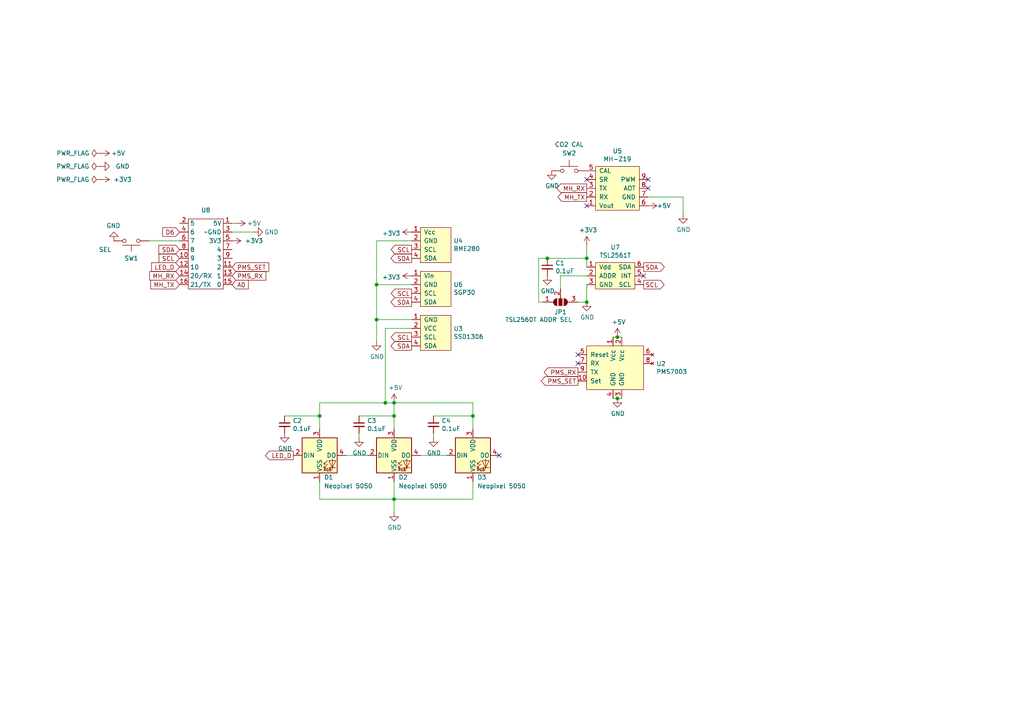
<source format=kicad_sch>
(kicad_sch (version 20230121) (generator eeschema)
  (paper "A4")
  (title_block (title "Wemos D1 Mini Internal Air Quality Board"))
  (lib_symbols
    (symbol "Device:C_Small" (pin_numbers hide) (pin_names (offset 0.254) hide)
      (property "Reference" "C" (at 0.254 1.778 0))
      (property "Value" "C_Small" (at 0.254 -2.032 0))
      (symbol "C_Small_0_1"
        (polyline (pts (xy -1.524 -0.508) (xy 1.524 -0.508)) (stroke (width 0.3302)))
        (polyline (pts (xy -1.524 0.508) (xy 1.524 0.508)) (stroke (width 0.3048)))
      )
      (symbol "C_Small_1_1"
        (pin passive line (at 0 2.54 270) (length 2.032) (name "~") (number "1"))
        (pin passive line (at 0 -2.54 90) (length 2.032) (name "~") (number "2"))
      )
    )
    (symbol "LED:Inolux_IN-PI554FCH" (pin_names (offset 0.254))
      (property "Reference" "D" (at 5.08 5.715 0))
      (property "Value" "Inolux_IN-PI554FCH" (at 1.27 -5.715 0))
      (symbol "Inolux_IN-PI554FCH_0_0"
        (text "RGB" (at 2.286 -4.191 0) (effects (font (size 0.762 0.762))))
      )
      (symbol "Inolux_IN-PI554FCH_0_1"
        (polyline (pts (xy 1.27 -3.556) (xy 1.778 -3.556)))
        (polyline (pts (xy 1.27 -2.54) (xy 1.778 -2.54)))
        (polyline (pts (xy 4.699 -3.556) (xy 2.667 -3.556)))
        (polyline (pts (xy 2.286 -2.54) (xy 1.27 -3.556) (xy 1.27 -3.048)))
        (polyline (pts (xy 2.286 -1.524) (xy 1.27 -2.54) (xy 1.27 -2.032)))
        (polyline (pts (xy 3.683 -1.016) (xy 3.683 -3.556) (xy 3.683 -4.064)))
        (polyline (pts (xy 4.699 -1.524) (xy 2.667 -1.524) (xy 3.683 -3.556) (xy 4.699 -1.524)))
        (rectangle (start 5.08 5.08) (end -5.08 -5.08) (stroke (width 0.254)) (fill (type background)))
      )
      (symbol "Inolux_IN-PI554FCH_1_1"
        (pin power_in line (at 0 -7.62 90) (length 2.54) (name "VSS") (number "1"))
        (pin input line (at -7.62 0 0) (length 2.54) (name "DIN") (number "2"))
        (pin power_in line (at 0 7.62 270) (length 2.54) (name "VDD") (number "3"))
        (pin output line (at 7.62 0 180) (length 2.54) (name "DO") (number "4"))
      )
    )
    (symbol "Misc:ESP32-C3_SUPERMINI"
      (property "Reference" "U" (at 0 5.08 0))
      (symbol "ESP32-C3_SUPERMINI_0_1"
        (polyline (pts (xy -5.08 3.81) (xy 5.08 3.81) (xy 5.08 -16.51) (xy -5.08 -16.51) (xy -5.08 3.81)))
      )
      (symbol "ESP32-C3_SUPERMINI_1_1"
        (pin power_in line (at 7.62 2.54 180) (length 2.54) (name "5V") (number "1"))
        (pin bidirectional line (at -7.62 -7.62 0) (length 2.54) (name "9") (number "10"))
        (pin bidirectional line (at 7.62 -10.16 180) (length 2.54) (name "2") (number "11"))
        (pin bidirectional line (at -7.62 -10.16 0) (length 2.54) (name "10") (number "12"))
        (pin bidirectional line (at 7.62 -12.7 180) (length 2.54) (name "1") (number "13"))
        (pin bidirectional line (at -7.62 -12.7 0) (length 2.54) (name "20/RX") (number "14"))
        (pin bidirectional line (at 7.62 -15.24 180) (length 2.54) (name "0") (number "15"))
        (pin bidirectional line (at -7.62 -15.24 0) (length 2.54) (name "21/TX") (number "16"))
        (pin bidirectional line (at -7.62 2.54 0) (length 2.54) (name "5") (number "2"))
        (pin power_in line (at 7.62 0 180) (length 2.54) (name "GND") (number "3"))
        (pin bidirectional line (at -7.62 0 0) (length 2.54) (name "6") (number "4"))
        (pin power_in line (at 7.62 -2.54 180) (length 2.54) (name "3V3") (number "5"))
        (pin bidirectional line (at -7.62 -2.54 0) (length 2.54) (name "7") (number "6"))
        (pin bidirectional line (at 7.62 -5.08 180) (length 2.54) (name "4") (number "7"))
        (pin bidirectional line (at -7.62 -5.08 0) (length 2.54) (name "8") (number "8"))
        (pin bidirectional line (at 7.62 -7.62 180) (length 2.54) (name "3") (number "9"))
      )
    )
    (symbol "Switch:SW_Push" (pin_numbers hide) (pin_names (offset 1.016) hide)
      (property "Reference" "SW" (at 1.27 2.54 0))
      (property "Value" "SW_Push" (at 0 -1.524 0))
      (symbol "SW_Push_0_1"
        (circle (center -2.032 0) (radius 0.508))
        (polyline (pts (xy 0 1.27) (xy 0 3.048)))
        (polyline (pts (xy 2.54 1.27) (xy -2.54 1.27)))
        (circle (center 2.032 0) (radius 0.508))
        (pin passive line (at -5.08 0 0) (length 2.54) (name "1") (number "1"))
        (pin passive line (at 5.08 0 180) (length 2.54) (name "2") (number "2"))
      )
    )
    (symbol "iaq_device-rescue:+3.3V-power" (power) (pin_names (offset 0))
      (property "Value" "+3.3V-power" (at 0 3.556 0))
      (symbol "+3.3V-power_0_1"
        (polyline (pts (xy -0.762 1.27) (xy 0 2.54)))
        (polyline (pts (xy 0 0) (xy 0 2.54)))
        (polyline (pts (xy 0 2.54) (xy 0.762 1.27)))
      )
      (symbol "+3.3V-power_1_1"
        (pin power_in line (at 0 0 90) (length 0) hide (name "+3V3") (number "1"))
      )
    )
    (symbol "iaq_device-rescue:BME280-Nikolay_Library" (pin_names (offset 1.016))
      (property "Reference" "U" (at -8.89 15.24 0))
      (property "Value" "Nikolay_Library_BME280" (at -8.89 12.7 0))
      (symbol "BME280-Nikolay_Library_0_1"
        (rectangle (start -8.89 26.67) (end 0 16.51) (fill (type background)))
      )
      (symbol "BME280-Nikolay_Library_1_1"
        (pin input line (at -11.43 25.4 0) (length 2.54) (name "Vcc") (number "1"))
        (pin input line (at -11.43 22.86 0) (length 2.54) (name "GND") (number "2"))
        (pin bidirectional line (at -11.43 20.32 0) (length 2.54) (name "SCL") (number "3"))
        (pin bidirectional line (at -11.43 17.78 0) (length 2.54) (name "SDA") (number "4"))
      )
    )
    (symbol "iaq_device-rescue:MH-Z19-Nikolay_Library" (pin_names (offset 1.016))
      (property "Reference" "U" (at -5.08 -7.62 0))
      (property "Value" "Nikolay_Library_MH-Z19" (at 2.54 -7.62 0))
      (symbol "MH-Z19-Nikolay_Library_0_1"
        (rectangle (start -6.35 6.35) (end 6.35 -6.35) (fill (type background)))
      )
      (symbol "MH-Z19-Nikolay_Library_1_1"
        (pin output line (at -8.89 -5.08 0) (length 2.54) (name "Vout") (number "1"))
        (pin input line (at -8.89 -2.54 0) (length 2.54) (name "RX") (number "2"))
        (pin output line (at -8.89 0 0) (length 2.54) (name "TX") (number "3"))
        (pin unspecified line (at -8.89 2.54 0) (length 2.54) (name "SR") (number "4"))
        (pin input line (at -8.89 5.08 0) (length 2.54) (name "CAL") (number "5"))
        (pin input line (at 8.89 -5.08 180) (length 2.54) (name "Vin") (number "6"))
        (pin input line (at 8.89 -2.54 180) (length 2.54) (name "GND") (number "7"))
        (pin unspecified line (at 8.89 0 180) (length 2.54) (name "AOT") (number "8"))
        (pin output line (at 8.89 2.54 180) (length 2.54) (name "PWM") (number "9"))
      )
    )
    (symbol "iaq_device-rescue:PMS7003-Nikolay_Library" (pin_names (offset 1.016))
      (property "Reference" "U" (at 11.43 -6.35 0))
      (property "Value" "Nikolay_Library_PMS7003" (at 15.24 -8.89 0))
      (symbol "PMS7003-Nikolay_Library_0_1"
        (rectangle (start -2.54 7.62) (end 13.97 -5.08) (fill (type background)))
      )
      (symbol "PMS7003-Nikolay_Library_1_1"
        (pin input line (at 5.08 10.16 270) (length 2.54) (name "Vcc") (number "1"))
        (pin input line (at -5.08 -2.54 0) (length 2.54) (name "Set") (number "10"))
        (pin input line (at 7.62 10.16 270) (length 2.54) (name "Vcc") (number "2"))
        (pin input line (at 7.62 -7.62 90) (length 2.54) (name "GND") (number "3"))
        (pin input line (at 5.08 -7.62 90) (length 2.54) (name "GND") (number "4"))
        (pin input line (at -5.08 5.08 0) (length 2.54) (name "Reset") (number "5"))
        (pin no_connect line (at 16.51 5.08 180) (length 2.54) (name "~") (number "6"))
        (pin input line (at -5.08 2.54 0) (length 2.54) (name "RX") (number "7"))
        (pin no_connect line (at 16.51 2.54 180) (length 2.54) (name "~") (number "8"))
        (pin output line (at -5.08 0 0) (length 2.54) (name "TX") (number "9"))
      )
    )
    (symbol "iaq_device-rescue:SGP30-Nikolay_Library" (pin_names (offset 1.016))
      (property "Reference" "U" (at -2.54 -6.35 0))
      (property "Value" "Nikolay_Library_SGP30" (at 0 -8.89 0))
      (symbol "SGP30-Nikolay_Library_0_1"
        (rectangle (start -3.81 5.08) (end 5.08 -5.08) (fill (type background)))
      )
      (symbol "SGP30-Nikolay_Library_1_1"
        (pin input line (at -6.35 3.81 0) (length 2.54) (name "Vin") (number "1"))
        (pin input line (at -6.35 1.27 0) (length 2.54) (name "GND") (number "2"))
        (pin bidirectional line (at -6.35 -1.27 0) (length 2.54) (name "SCL") (number "3"))
        (pin bidirectional line (at -6.35 -3.81 0) (length 2.54) (name "SDA") (number "4"))
      )
    )
    (symbol "iaq_device-rescue:SSD1306-Nikolay_Library" (pin_names (offset 1.016))
      (property "Reference" "U" (at -2.54 -2.54 0))
      (property "Value" "Nikolay_Library_SSD1306" (at 1.27 -5.08 0))
      (symbol "SSD1306-Nikolay_Library_0_1"
        (rectangle (start -3.81 10.16) (end 5.08 0) (fill (type background)))
        (rectangle (start -1.27 11.43) (end -1.27 11.43))
      )
      (symbol "SSD1306-Nikolay_Library_1_1"
        (pin input line (at -6.35 8.89 0) (length 2.54) (name "GND") (number "1"))
        (pin input line (at -6.35 6.35 0) (length 2.54) (name "VCC") (number "2"))
        (pin bidirectional line (at -6.35 3.81 0) (length 2.54) (name "SCL") (number "3"))
        (pin bidirectional line (at -6.35 1.27 0) (length 2.54) (name "SDA") (number "4"))
      )
    )
    (symbol "iaq_device-rescue:SolderJumper_3_Open-Jumper" (pin_names (offset 0) hide)
      (property "Reference" "JP" (at -2.54 -2.54 0))
      (property "Value" "Jumper_SolderJumper_3_Open" (at 0 2.794 0))
      (symbol "SolderJumper_3_Open-Jumper_0_1"
        (arc (start -1.016 1.016) (mid -2.0275 0) (end -1.016 -1.016))
        (arc (start -1.016 1.016) (mid -2.0275 0) (end -1.016 -1.016) (fill (type outline)))
        (rectangle (start -0.508 1.016) (end 0.508 -1.016) (fill (type outline)))
        (polyline (pts (xy -2.54 0) (xy -2.032 0)))
        (polyline (pts (xy -1.016 1.016) (xy -1.016 -1.016)))
        (polyline (pts (xy 0 -1.27) (xy 0 -1.016)))
        (polyline (pts (xy 1.016 1.016) (xy 1.016 -1.016)))
        (polyline (pts (xy 2.54 0) (xy 2.032 0)))
        (arc (start 1.016 -1.016) (mid 2.0275 0) (end 1.016 1.016))
        (arc (start 1.016 -1.016) (mid 2.0275 0) (end 1.016 1.016) (fill (type outline)))
      )
      (symbol "SolderJumper_3_Open-Jumper_1_1"
        (pin passive line (at -5.08 0 0) (length 2.54) (name "A") (number "1"))
        (pin input line (at 0 -3.81 90) (length 2.54) (name "C") (number "2"))
        (pin passive line (at 5.08 0 180) (length 2.54) (name "B") (number "3"))
      )
    )
    (symbol "iaq_device-rescue:TSL2561T-Nikolay_Library" (pin_names (offset 1.016))
      (property "Reference" "U" (at -5.08 -5.08 0))
      (property "Value" "Nikolay_Library_TSL2561T" (at -1.27 -7.62 0))
      (symbol "TSL2561T-Nikolay_Library_0_1"
        (rectangle (start -6.35 3.81) (end 5.08 -3.81) (fill (type background)))
      )
      (symbol "TSL2561T-Nikolay_Library_1_1"
        (pin input line (at -8.89 2.54 0) (length 2.54) (name "Vdd") (number "1"))
        (pin passive line (at -8.89 0 0) (length 2.54) (name "ADDR") (number "2"))
        (pin input line (at -8.89 -2.54 0) (length 2.54) (name "GND") (number "3"))
        (pin input line (at 7.62 -2.54 180) (length 2.54) (name "SCL") (number "4"))
        (pin output line (at 7.62 0 180) (length 2.54) (name "INT") (number "5"))
        (pin bidirectional line (at 7.62 2.54 180) (length 2.54) (name "SDA") (number "6"))
      )
    )
    (symbol "power:+5V" (power) (pin_names (offset 0))
      (property "Value" "+5V" (at 0 3.556 0))
      (symbol "+5V_0_1"
        (polyline (pts (xy -0.762 1.27) (xy 0 2.54)))
        (polyline (pts (xy 0 0) (xy 0 2.54)))
        (polyline (pts (xy 0 2.54) (xy 0.762 1.27)))
      )
      (symbol "+5V_1_1"
        (pin power_in line (at 0 0 90) (length 0) hide (name "+5V") (number "1"))
      )
    )
    (symbol "power:GND" (power) (pin_names (offset 0))
      (property "Value" "GND" (at 0 -3.81 0))
      (symbol "GND_0_1"
        (polyline (pts (xy 0 0) (xy 0 -1.27) (xy 1.27 -1.27) (xy 0 -2.54) (xy -1.27 -1.27) (xy 0 -1.27)))
      )
      (symbol "GND_1_1"
        (pin power_in line (at 0 0 270) (length 0) hide (name "GND") (number "1"))
      )
    )
    (symbol "power:PWR_FLAG" (power) (pin_numbers hide) (pin_names (offset 0) hide)
      (property "Value" "PWR_FLAG" (at 0 3.81 0))
      (symbol "PWR_FLAG_0_0"
        (pin power_out line (at 0 0 90) (length 0) (name "pwr") (number "1"))
      )
      (symbol "PWR_FLAG_0_1"
        (polyline (pts (xy 0 0) (xy 0 1.27) (xy -1.016 1.905) (xy 0 2.54) (xy 1.016 1.905) (xy 0 1.27)))
      )
    )
  )
  (junction (at 92.71 120.65))
  (junction (at 137.16 120.65))
  (junction (at 170.18 87.63))
  (junction (at 179.07 97.79))
  (junction (at 114.3 144.78))
  (junction (at 114.3 120.65))
  (junction (at 170.18 74.93))
  (junction (at 179.07 115.57))
  (junction (at 114.3 116.84))
  (junction (at 109.22 92.71))
  (junction (at 111.76 116.84))
  (junction (at 158.75 74.93))
  (junction (at 109.22 82.55))
  (no_connect (at 187.96 52.07))
  (no_connect (at 167.64 105.41))
  (no_connect (at 187.96 54.61))
  (no_connect (at 170.18 59.69))
  (no_connect (at 167.64 102.87))
  (no_connect (at 170.18 52.07))
  (no_connect (at 144.78 132.08))
  (no_connect (at 186.69 80.01))
  (wire (pts (xy 179.07 115.57) (xy 177.8 115.57)))
  (wire (pts (xy 111.76 116.84) (xy 111.76 95.25)))
  (wire (pts (xy 114.3 148.59) (xy 114.3 144.78)))
  (wire (pts (xy 170.18 87.63) (xy 170.18 82.55)))
  (wire (pts (xy 156.21 74.93) (xy 158.75 74.93)))
  (wire (pts (xy 180.34 115.57) (xy 179.07 115.57)))
  (wire (pts (xy 114.3 124.46) (xy 114.3 120.65)))
  (wire (pts (xy 125.73 120.65) (xy 137.16 120.65)))
  (wire (pts (xy 114.3 116.84) (xy 137.16 116.84)))
  (wire (pts (xy 119.38 69.85) (xy 109.22 69.85)))
  (wire (pts (xy 119.38 92.71) (xy 109.22 92.71)))
  (wire (pts (xy 82.55 120.65) (xy 92.71 120.65)))
  (wire (pts (xy 100.33 132.08) (xy 106.68 132.08)))
  (wire (pts (xy 187.96 57.15) (xy 198.12 57.15)))
  (wire (pts (xy 119.38 82.55) (xy 109.22 82.55)))
  (wire (pts (xy 109.22 92.71) (xy 109.22 99.06)))
  (wire (pts (xy 67.31 67.31) (xy 73.66 67.31)))
  (wire (pts (xy 156.21 87.63) (xy 156.21 74.93)))
  (wire (pts (xy 109.22 82.55) (xy 109.22 92.71)))
  (wire (pts (xy 114.3 144.78) (xy 137.16 144.78)))
  (wire (pts (xy 167.64 87.63) (xy 170.18 87.63)))
  (wire (pts (xy 137.16 124.46) (xy 137.16 120.65)))
  (wire (pts (xy 137.16 116.84) (xy 137.16 120.65)))
  (wire (pts (xy 111.76 95.25) (xy 119.38 95.25)))
  (wire (pts (xy 137.16 144.78) (xy 137.16 139.7)))
  (wire (pts (xy 179.07 97.79) (xy 180.34 97.79)))
  (wire (pts (xy 170.18 71.12) (xy 170.18 74.93)))
  (wire (pts (xy 177.8 97.79) (xy 179.07 97.79)))
  (wire (pts (xy 92.71 116.84) (xy 111.76 116.84)))
  (wire (pts (xy 104.14 127) (xy 104.14 125.73)))
  (wire (pts (xy 104.14 120.65) (xy 114.3 120.65)))
  (wire (pts (xy 92.71 144.78) (xy 92.71 139.7)))
  (wire (pts (xy 114.3 144.78) (xy 92.71 144.78)))
  (wire (pts (xy 121.92 132.08) (xy 129.54 132.08)))
  (wire (pts (xy 157.48 87.63) (xy 156.21 87.63)))
  (wire (pts (xy 43.18 69.85) (xy 52.07 69.85)))
  (wire (pts (xy 158.75 74.93) (xy 170.18 74.93)))
  (wire (pts (xy 92.71 120.65) (xy 92.71 116.84)))
  (wire (pts (xy 114.3 139.7) (xy 114.3 144.78)))
  (wire (pts (xy 162.56 83.82) (xy 162.56 80.01)))
  (wire (pts (xy 198.12 57.15) (xy 198.12 62.23)))
  (wire (pts (xy 162.56 80.01) (xy 170.18 80.01)))
  (wire (pts (xy 67.31 64.77) (xy 68.58 64.77)))
  (wire (pts (xy 170.18 74.93) (xy 170.18 77.47)))
  (wire (pts (xy 125.73 127) (xy 125.73 125.73)))
  (wire (pts (xy 92.71 124.46) (xy 92.71 120.65)))
  (wire (pts (xy 114.3 120.65) (xy 114.3 116.84)))
  (wire (pts (xy 111.76 116.84) (xy 114.3 116.84)))
  (wire (pts (xy 109.22 69.85) (xy 109.22 82.55)))
  (global_label "SCL" (shape output) (at 186.69 82.55 0) (property "Intersheetrefs" "${INTERSHEET_REFS}" (effects hide)))
  (global_label "SCL" (shape input) (at 52.07 74.93 180) (property "Intersheetrefs" "${INTERSHEET_REFS}" (effects hide)))
  (global_label "MH_RX" (shape input) (at 52.07 80.01 180) (property "Intersheetrefs" "${INTERSHEET_REFS}" (effects hide)))
  (global_label "PMS_RX" (shape output) (at 167.64 107.95 180) (property "Intersheetrefs" "${INTERSHEET_REFS}" (effects hide)))
  (global_label "D6" (shape input) (at 52.07 67.31 180) (property "Intersheetrefs" "${INTERSHEET_REFS}" (effects hide)))
  (global_label "A0" (shape input) (at 67.31 82.55 0) (property "Intersheetrefs" "${INTERSHEET_REFS}" (effects hide)))
  (global_label "PMS_RX" (shape input) (at 67.31 80.01 0) (property "Intersheetrefs" "${INTERSHEET_REFS}" (effects hide)))
  (global_label "SCL" (shape output) (at 119.38 85.09 180) (property "Intersheetrefs" "${INTERSHEET_REFS}" (effects hide)))
  (global_label "SDA" (shape output) (at 119.38 87.63 180) (property "Intersheetrefs" "${INTERSHEET_REFS}" (effects hide)))
  (global_label "SDA" (shape input) (at 52.07 72.39 180) (property "Intersheetrefs" "${INTERSHEET_REFS}" (effects hide)))
  (global_label "SDA" (shape output) (at 186.69 77.47 0) (property "Intersheetrefs" "${INTERSHEET_REFS}" (effects hide)))
  (global_label "LED_D" (shape output) (at 85.09 132.08 180) (property "Intersheetrefs" "${INTERSHEET_REFS}" (effects hide)))
  (global_label "SCL" (shape output) (at 119.38 97.79 180) (property "Intersheetrefs" "${INTERSHEET_REFS}" (effects hide)))
  (global_label "SDA" (shape output) (at 119.38 74.93 180) (property "Intersheetrefs" "${INTERSHEET_REFS}" (effects hide)))
  (global_label "PMS_SET" (shape output) (at 167.64 110.49 180) (property "Intersheetrefs" "${INTERSHEET_REFS}" (effects hide)))
  (global_label "MH_RX" (shape output) (at 170.18 54.61 180) (property "Intersheetrefs" "${INTERSHEET_REFS}" (effects hide)))
  (global_label "PMS_SET" (shape input) (at 67.31 77.47 0) (property "Intersheetrefs" "${INTERSHEET_REFS}" (effects hide)))
  (global_label "LED_D" (shape input) (at 52.07 77.47 180) (property "Intersheetrefs" "${INTERSHEET_REFS}" (effects hide)))
  (global_label "SCL" (shape output) (at 119.38 72.39 180) (property "Intersheetrefs" "${INTERSHEET_REFS}" (effects hide)))
  (global_label "MH_TX" (shape output) (at 170.18 57.15 180) (property "Intersheetrefs" "${INTERSHEET_REFS}" (effects hide)))
  (global_label "SDA" (shape output) (at 119.38 100.33 180) (property "Intersheetrefs" "${INTERSHEET_REFS}" (effects hide)))
  (global_label "MH_TX" (shape input) (at 52.07 82.55 180) (property "Intersheetrefs" "${INTERSHEET_REFS}" (effects hide)))
  (symbol (lib_id "iaq_device-rescue:BME280-Nikolay_Library") (at 130.81 92.71 0) (unit 1)
    (property "Reference" "U4" (at 131.5212 69.8246 0) (effects (justify left)))
    (property "Value" "BME280" (at 131.5212 72.136 0) (effects (justify left)))
    (property "Footprint" "Nikolay Library:BME280_breakout_6pin" (effects hide))
    (property "eshop" "https://www.aliexpress.com/item/4000166540445.html?spm=a2g0o.productlist.0.0.363a562ely2LZq&algo_pvid=b0bd6068-edbb-4f9c-aa24-92324f726eda&algo_expid=b0bd6068-edbb-4f9c-aa24-92324f726eda-8&btsid=3927b67d-2f89-4594-9f47-b017e00ef8a0&ws_ab_test=searchweb0_0,searchweb201602_9,searchweb201603_55" (effects hide))
  )
  (symbol (lib_id "iaq_device-rescue:SSD1306-Nikolay_Library") (at 125.73 101.6 0) (unit 1)
    (property "Reference" "U3" (at 131.5212 95.3516 0) (effects (justify left)))
    (property "Value" "SSD1306" (at 131.5212 97.663 0) (effects (justify left)))
    (property "Footprint" "footprints:SSD1306_I2C_0.96in" (effects hide))
    (property "eshop" "https://www.aliexpress.com/item/32956051129.html?spm=a2g0o.productlist.0.0.523365fcQkP3XC&algo_pvid=b62bd3ab-fe19-479e-bc50-b2c68dd35525&algo_expid=b62bd3ab-fe19-479e-bc50-b2c68dd35525-25&btsid=67d67e08-4ad1-4c08-8cec-e378bae47fc6&ws_ab_test=searchweb0_0,searchweb201602_9,searchweb201603_55" (effects hide))
    (property "eshop_socket" "https://bg.farnell.com/samtec/bcs-104-l-s-te/receptacle-2-54mm-vert-4way/dp/1667470" (effects hide))
  )
  (symbol (lib_id "power:GND") (at 109.22 99.06 0) (unit 1)
    (property "Reference" "#PWR0101" (effects hide))
    (property "Value" "GND" (at 109.347 103.4542 0))
  )
  (symbol (lib_id "iaq_device-rescue:MH-Z19-Nikolay_Library") (at 179.07 54.61 0) (unit 1)
    (property "Reference" "U5" (at 179.07 43.815 0))
    (property "Value" "MH-Z19" (at 179.07 46.1264 0))
    (property "Footprint" "Nikolay Library:MH-Z19" (effects hide))
    (property "Datasheet" "https://www.winsen-sensor.com/d/files/PDF/Infrared%20Gas%20Sensor/NDIR%20CO2%20SENSOR/MH-Z19%20CO2%20Ver1.0.pdf" (effects hide))
    (property "eshop" "https://www.aliexpress.com/item/32860834286.html?spm=a2g0s.9042311.0.0.27424c4dEmysvU" (effects hide))
  )
  (symbol (lib_id "iaq_device-rescue:SolderJumper_3_Open-Jumper") (at 162.56 87.63 0) (mirror x) (unit 1)
    (property "Reference" "JP1" (at 162.56 90.5002 0))
    (property "Value" "TSL2560T ADDR SEL" (at 156.21 92.71 0))
    (property "Footprint" "Jumper:SolderJumper-3_P1.3mm_Open_RoundedPad1.0x1.5mm" (effects hide))
  )
  (symbol (lib_id "iaq_device-rescue:PMS7003-Nikolay_Library") (at 172.72 107.95 0) (unit 1)
    (property "Reference" "U2" (at 190.3476 105.5116 0) (effects (justify left)))
    (property "Value" "PMS7003" (at 190.3476 107.823 0) (effects (justify left)))
    (property "Footprint" "Nikolay Library:PMS7003" (effects hide))
    (property "Datasheet" "https://download.kamami.com/p564008-p564008-PMS7003%20series%20data%20manua_English_V2.5.pdf" (effects hide))
    (property "eshop" "https://www.aliexpress.com/item/32832444694.html?spm=a2g0s.9042311.0.0.27424c4dKxsO6Z" (effects hide))
  )
  (symbol (lib_id "iaq_device-rescue:SGP30-Nikolay_Library") (at 125.73 83.82 0) (unit 1)
    (property "Reference" "U6" (at 131.5212 82.5246 0) (effects (justify left)))
    (property "Value" "SGP30" (at 131.5212 84.836 0) (effects (justify left)))
    (property "Footprint" "Nikolay Library:SGP30_breakout_4pin" (effects hide))
    (property "eshop" "https://www.aliexpress.com/item/4000004614708.html?spm=a2g0o.productlist.0.0.688164abtt6ZRA&algo_pvid=7f813f70-3c1d-42ee-b6cf-9bf501c47314&algo_expid=7f813f70-3c1d-42ee-b6cf-9bf501c47314-1&btsid=3f683b7d-631a-4373-b0a1-f574cd317549&ws_ab_test=searchweb0_0,searchweb201602_9,searchweb201603_55" (effects hide))
  )
  (symbol (lib_id "iaq_device-rescue:TSL2561T-Nikolay_Library") (at 179.07 80.01 0) (unit 1)
    (property "Reference" "U7" (at 178.435 71.755 0))
    (property "Value" "TSL2561T" (at 178.435 74.0664 0))
    (property "Footprint" "Nikolay Library:TSL2561T" (effects hide))
    (property "Datasheet" "https://cdn-shop.adafruit.com/datasheets/TSL2561.pdf" (effects hide))
    (property "eshop" "https://www.aliexpress.com/item/33056165996.html?spm=a2g0s.9042311.0.0.15314c4draqb6x" (effects hide))
  )
  (symbol (lib_id "Device:C_Small") (at 158.75 77.47 0) (unit 1)
    (property "Reference" "C1" (at 161.0868 76.3016 0) (effects (justify left)))
    (property "Value" "0.1uF" (at 161.0868 78.613 0) (effects (justify left)))
    (property "Footprint" "Capacitor_SMD:C_0805_2012Metric" (effects hide))
    (property "Datasheet" "http://www.farnell.com/datasheets/2031857.pdf?_ga=2.33932961.1240092789.1577137480-1228475011.1571060753" (effects hide))
    (property "eshop" "https://www.digikey.com.au/en/products/detail/w%C3%BCrth-elektronik/885012207016/5453881" (effects hide))
  )
  (symbol (lib_id "LED:Inolux_IN-PI554FCH") (at 114.3 132.08 0) (unit 1)
    (property "Reference" "D2" (at 115.57 138.43 0) (effects (justify left)))
    (property "Value" "Neopixel 5050" (at 115.57 140.97 0) (effects (justify left)))
    (property "Footprint" "LED_SMD:LED_Inolux_IN-PI554FCH_PLCC4_5.0x5.0mm_P3.2mm" (effects hide))
    (property "Datasheet" "http://www.inolux-corp.com/datasheet/SMDLED/Addressable%20LED/IN-PI554FCH.pdf" (effects hide))
    (property "eshop" "https://www.ebay.co.uk/itm/Adafruit-NeoPixel-5050-RGB-LED-with-Integrated-Driver-Chip-10-Pack-ADA1655/263111787835?epid=1133546103&hash=item3d42af453b:g:1ZwAAOSwjOZZeydM" (effects hide))
  )
  (symbol (lib_id "LED:Inolux_IN-PI554FCH") (at 92.71 132.08 0) (unit 1)
    (property "Reference" "D1" (at 93.98 138.43 0) (effects (justify left)))
    (property "Value" "Neopixel 5050" (at 93.98 140.97 0) (effects (justify left)))
    (property "Footprint" "LED_SMD:LED_Inolux_IN-PI554FCH_PLCC4_5.0x5.0mm_P3.2mm" (effects hide))
    (property "Datasheet" "http://www.inolux-corp.com/datasheet/SMDLED/Addressable%20LED/IN-PI554FCH.pdf" (effects hide))
    (property "eshop" "https://www.ebay.co.uk/itm/Adafruit-NeoPixel-5050-RGB-LED-with-Integrated-Driver-Chip-10-Pack-ADA1655/263111787835?epid=1133546103&hash=item3d42af453b:g:1ZwAAOSwjOZZeydM" (effects hide))
  )
  (symbol (lib_id "Switch:SW_Push") (at 38.1 69.85 180) (unit 1)
    (property "Reference" "SW1" (at 38.1 74.93 0))
    (property "Value" "SEL" (at 30.48 72.39 0))
    (property "Footprint" "Button_Switch_SMD:SW_SPST_TL3305B" (effects hide))
    (property "Datasheet" "https://configured-product-images.s3.amazonaws.com/Datasheets/TL3305.pdf" (effects hide))
    (property "eshop" "https://www.digikey.com.au/en/products/detail/e-switch/TL3305BF160QG/5816182" (effects hide))
  )
  (symbol (lib_id "LED:Inolux_IN-PI554FCH") (at 137.16 132.08 0) (unit 1)
    (property "Reference" "D3" (at 138.43 138.43 0) (effects (justify left)))
    (property "Value" "Neopixel 5050" (at 138.43 140.97 0) (effects (justify left)))
    (property "Footprint" "LED_SMD:LED_Inolux_IN-PI554FCH_PLCC4_5.0x5.0mm_P3.2mm" (effects hide))
    (property "Datasheet" "http://www.inolux-corp.com/datasheet/SMDLED/Addressable%20LED/IN-PI554FCH.pdf" (effects hide))
    (property "eshop" "https://www.ebay.co.uk/itm/Adafruit-NeoPixel-5050-RGB-LED-with-Integrated-Driver-Chip-10-Pack-ADA1655/263111787835?epid=1133546103&hash=item3d42af453b:g:1ZwAAOSwjOZZeydM" (effects hide))
  )
  (symbol (lib_id "Device:C_Small") (at 82.55 123.19 0) (unit 1)
    (property "Reference" "C2" (at 84.8868 122.0216 0) (effects (justify left)))
    (property "Value" "0.1uF" (at 84.8868 124.333 0) (effects (justify left)))
    (property "Footprint" "Capacitor_SMD:C_0805_2012Metric" (effects hide))
    (property "Datasheet" "http://www.farnell.com/datasheets/2031857.pdf?_ga=2.33932961.1240092789.1577137480-1228475011.1571060753" (effects hide))
    (property "eshop" "https://www.digikey.com.au/en/products/detail/w%C3%BCrth-elektronik/885012207016/5453881" (effects hide))
  )
  (symbol (lib_id "Device:C_Small") (at 104.14 123.19 0) (unit 1)
    (property "Reference" "C3" (at 106.4768 122.0216 0) (effects (justify left)))
    (property "Value" "0.1uF" (at 106.4768 124.333 0) (effects (justify left)))
    (property "Footprint" "Capacitor_SMD:C_0805_2012Metric" (effects hide))
    (property "Datasheet" "http://www.farnell.com/datasheets/2031857.pdf?_ga=2.33932961.1240092789.1577137480-1228475011.1571060753" (effects hide))
    (property "eshop" "https://www.digikey.com.au/en/products/detail/w%C3%BCrth-elektronik/885012207016/5453881" (effects hide))
  )
  (symbol (lib_id "Device:C_Small") (at 125.73 123.19 0) (unit 1)
    (property "Reference" "C4" (at 128.0668 122.0216 0) (effects (justify left)))
    (property "Value" "0.1uF" (at 128.0668 124.333 0) (effects (justify left)))
    (property "Footprint" "Capacitor_SMD:C_0805_2012Metric" (effects hide))
    (property "Datasheet" "http://www.farnell.com/datasheets/2031857.pdf?_ga=2.33932961.1240092789.1577137480-1228475011.1571060753" (effects hide))
    (property "eshop" "https://www.digikey.com.au/en/products/detail/w%C3%BCrth-elektronik/885012207016/5453881" (effects hide))
  )
  (symbol (lib_id "iaq_device-rescue:+3.3V-power") (at 67.31 69.85 270) (unit 1)
    (property "Reference" "#PWR02" (effects hide))
    (property "Value" "+3.3V" (at 73.66 69.85 90))
  )
  (symbol (lib_id "power:+5V") (at 68.58 64.77 270) (unit 1)
    (property "Reference" "#PWR01" (effects hide))
    (property "Value" "+5V" (at 73.66 64.77 90))
  )
  (symbol (lib_id "power:GND") (at 104.14 127 0) (unit 1)
    (property "Reference" "#PWR0104" (effects hide))
    (property "Value" "GND" (at 104.267 131.3942 0))
  )
  (symbol (lib_id "power:GND") (at 125.73 127 0) (unit 1)
    (property "Reference" "#PWR0105" (effects hide))
    (property "Value" "GND" (at 125.857 131.3942 0))
  )
  (symbol (lib_id "power:+5V") (at 114.3 116.84 0) (unit 1)
    (property "Reference" "#PWR0106" (effects hide))
    (property "Value" "+5V" (at 114.681 112.4458 0))
  )
  (symbol (lib_id "power:GND") (at 114.3 148.59 0) (unit 1)
    (property "Reference" "#PWR0107" (effects hide))
    (property "Value" "GND" (at 114.427 152.9842 0))
  )
  (symbol (lib_id "iaq_device-rescue:+3.3V-power") (at 170.18 71.12 0) (unit 1)
    (property "Reference" "#PWR0108" (effects hide))
    (property "Value" "+3.3V" (at 170.561 66.7258 0))
  )
  (symbol (lib_id "power:GND") (at 158.75 80.01 0) (unit 1)
    (property "Reference" "#PWR0109" (effects hide))
    (property "Value" "GND" (at 158.877 84.4042 0))
  )
  (symbol (lib_id "power:GND") (at 170.18 87.63 0) (unit 1)
    (property "Reference" "#PWR0110" (effects hide))
    (property "Value" "GND" (at 170.307 92.0242 0))
  )
  (symbol (lib_id "power:GND") (at 160.02 49.53 0) (unit 1)
    (property "Reference" "#PWR0111" (effects hide))
    (property "Value" "GND" (at 160.147 53.9242 0))
  )
  (symbol (lib_id "power:GND") (at 179.07 115.57 0) (unit 1)
    (property "Reference" "#PWR0112" (effects hide))
    (property "Value" "GND" (at 179.197 119.9642 0))
  )
  (symbol (lib_id "power:+5V") (at 179.07 97.79 0) (unit 1)
    (property "Reference" "#PWR0113" (effects hide))
    (property "Value" "+5V" (at 179.451 93.3958 0))
  )
  (symbol (lib_id "iaq_device-rescue:+3.3V-power") (at 119.38 67.31 90) (mirror x) (unit 1)
    (property "Reference" "#PWR0116" (effects hide))
    (property "Value" "+3.3V" (at 116.1288 67.691 90) (effects (justify left)))
  )
  (symbol (lib_id "iaq_device-rescue:+3.3V-power") (at 119.38 80.01 90) (mirror x) (unit 1)
    (property "Reference" "#PWR0117" (effects hide))
    (property "Value" "+3.3V" (at 116.1288 80.391 90) (effects (justify left)))
  )
  (symbol (lib_id "power:GND") (at 33.02 69.85 180) (unit 1)
    (property "Reference" "#PWR0119" (effects hide))
    (property "Value" "GND" (at 32.893 65.4558 0))
  )
  (symbol (lib_id "power:GND") (at 198.12 62.23 0) (unit 1)
    (property "Reference" "#PWR0121" (effects hide))
    (property "Value" "GND" (at 198.247 66.6242 0))
  )
  (symbol (lib_id "power:+5V") (at 187.96 59.69 270) (unit 1)
    (property "Reference" "#PWR0120" (effects hide))
    (property "Value" "+5V" (at 190.5 59.69 90) (effects (justify left)))
  )
  (symbol (lib_id "power:GND") (at 82.55 125.73 0) (unit 1)
    (property "Reference" "#PWR0103" (effects hide))
    (property "Value" "GND" (at 82.677 130.1242 0))
  )
  (symbol (lib_id "power:PWR_FLAG") (at 29.21 44.45 90) (unit 1)
    (property "Reference" "#FLG0101" (effects hide))
    (property "Value" "PWR_FLAG" (at 25.9842 44.45 90) (effects (justify left)))
  )
  (symbol (lib_id "power:PWR_FLAG") (at 29.21 48.26 90) (unit 1)
    (property "Reference" "#FLG0103" (effects hide))
    (property "Value" "PWR_FLAG" (at 25.9588 48.26 90) (effects (justify left)))
  )
  (symbol (lib_id "power:GND") (at 29.21 48.26 90) (unit 1)
    (property "Reference" "#PWR05" (effects hide))
    (property "Value" "GND" (at 35.56 48.26 90))
  )
  (symbol (lib_id "Switch:SW_Push") (at 165.1 49.53 0) (unit 1)
    (property "Reference" "SW2" (at 165.1 44.45 0))
    (property "Value" "CO2 CAL" (at 165.1 41.91 0))
    (property "Footprint" "Button_Switch_SMD:SW_SPST_TL3342" (effects hide))
    (property "Datasheet" "https://configured-product-images.s3.amazonaws.com/Datasheets/TL3342.pdf" (effects hide))
    (property "eshop" "https://www.digikey.com.au/en/products/detail/e-switch/TL3342F450QG/4029404" (effects hide))
  )
  (symbol (lib_id "power:PWR_FLAG") (at 29.21 52.07 90) (unit 1)
    (property "Reference" "#FLG01" (effects hide))
    (property "Value" "PWR_FLAG" (at 25.9588 52.07 90) (effects (justify left)))
  )
  (symbol (lib_id "iaq_device-rescue:+3.3V-power") (at 29.21 52.07 270) (unit 1)
    (property "Reference" "#PWR06" (effects hide))
    (property "Value" "+3.3V" (at 35.56 52.07 90))
  )
  (symbol (lib_id "power:+5V") (at 29.21 44.45 270) (unit 1)
    (property "Reference" "#PWR04" (effects hide))
    (property "Value" "+5V" (at 34.29 44.45 90))
  )
  (symbol (lib_id "power:GND") (at 73.66 67.31 90) (unit 1)
    (property "Reference" "#PWR03" (effects hide))
    (property "Value" "GND" (at 78.74 67.31 90))
  )
  (symbol (lib_id "Misc:ESP32-C3_SUPERMINI") (at 59.69 67.31 0) (unit 1)
    (property "Reference" "U8" (at 59.69 60.96 0))
    (property "Value" "~" (at 59.69 67.31 0))
    (property "Footprint" "footprints:ESP32-C3 SUPERMINI" (effects hide))
  )
)
</source>
